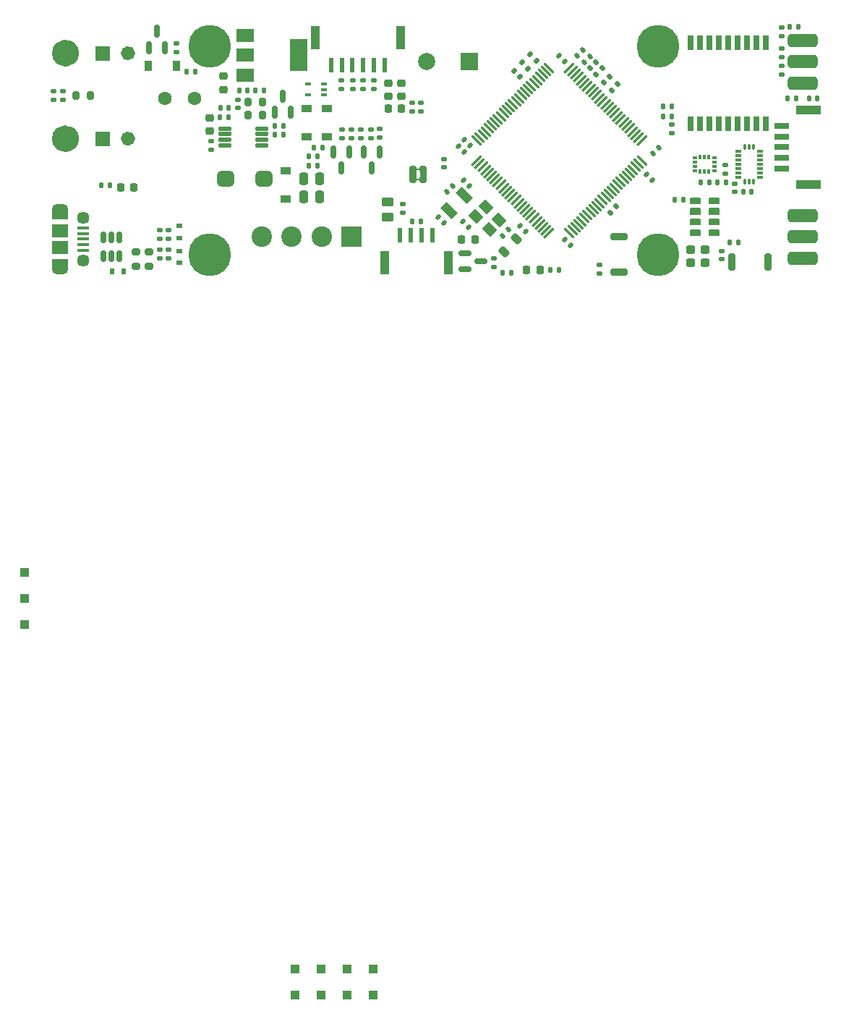
<source format=gbr>
%TF.GenerationSoftware,KiCad,Pcbnew,7.0.7*%
%TF.CreationDate,2023-10-17T20:24:19+11:00*%
%TF.ProjectId,Strelka_Flight_Computer,53747265-6c6b-4615-9f46-6c696768745f,2*%
%TF.SameCoordinates,Original*%
%TF.FileFunction,Soldermask,Top*%
%TF.FilePolarity,Negative*%
%FSLAX46Y46*%
G04 Gerber Fmt 4.6, Leading zero omitted, Abs format (unit mm)*
G04 Created by KiCad (PCBNEW 7.0.7) date 2023-10-17 20:24:19*
%MOMM*%
%LPD*%
G01*
G04 APERTURE LIST*
G04 Aperture macros list*
%AMRoundRect*
0 Rectangle with rounded corners*
0 $1 Rounding radius*
0 $2 $3 $4 $5 $6 $7 $8 $9 X,Y pos of 4 corners*
0 Add a 4 corners polygon primitive as box body*
4,1,4,$2,$3,$4,$5,$6,$7,$8,$9,$2,$3,0*
0 Add four circle primitives for the rounded corners*
1,1,$1+$1,$2,$3*
1,1,$1+$1,$4,$5*
1,1,$1+$1,$6,$7*
1,1,$1+$1,$8,$9*
0 Add four rect primitives between the rounded corners*
20,1,$1+$1,$2,$3,$4,$5,0*
20,1,$1+$1,$4,$5,$6,$7,0*
20,1,$1+$1,$6,$7,$8,$9,0*
20,1,$1+$1,$8,$9,$2,$3,0*%
%AMRotRect*
0 Rectangle, with rotation*
0 The origin of the aperture is its center*
0 $1 length*
0 $2 width*
0 $3 Rotation angle, in degrees counterclockwise*
0 Add horizontal line*
21,1,$1,$2,0,0,$3*%
G04 Aperture macros list end*
%ADD10C,0.152400*%
%ADD11C,0.836200*%
%ADD12C,1.576200*%
%ADD13C,0.010000*%
%ADD14RoundRect,0.005000X-0.332500X-0.120000X0.332500X-0.120000X0.332500X0.120000X-0.332500X0.120000X0*%
%ADD15RoundRect,0.005000X0.120000X-0.270000X0.120000X0.270000X-0.120000X0.270000X-0.120000X-0.270000X0*%
%ADD16C,5.000000*%
%ADD17RoundRect,0.135000X-0.226274X-0.035355X-0.035355X-0.226274X0.226274X0.035355X0.035355X0.226274X0*%
%ADD18R,0.700000X1.800000*%
%ADD19R,0.800000X1.800000*%
%ADD20R,1.092200X0.609600*%
%ADD21RoundRect,0.135000X-0.185000X0.135000X-0.185000X-0.135000X0.185000X-0.135000X0.185000X0.135000X0*%
%ADD22RoundRect,0.135000X-0.135000X-0.185000X0.135000X-0.185000X0.135000X0.185000X-0.135000X0.185000X0*%
%ADD23RoundRect,0.135000X0.185000X-0.135000X0.185000X0.135000X-0.185000X0.135000X-0.185000X-0.135000X0*%
%ADD24R,0.600000X1.700000*%
%ADD25R,1.000000X2.700000*%
%ADD26RoundRect,0.200000X0.200000X0.800000X-0.200000X0.800000X-0.200000X-0.800000X0.200000X-0.800000X0*%
%ADD27R,1.200000X0.900000*%
%ADD28RoundRect,0.140000X-0.170000X0.140000X-0.170000X-0.140000X0.170000X-0.140000X0.170000X0.140000X0*%
%ADD29RoundRect,0.200000X-0.200000X-0.275000X0.200000X-0.275000X0.200000X0.275000X-0.200000X0.275000X0*%
%ADD30RotRect,1.400000X1.150000X315.000000*%
%ADD31RoundRect,0.225000X0.250000X-0.225000X0.250000X0.225000X-0.250000X0.225000X-0.250000X-0.225000X0*%
%ADD32RoundRect,0.140000X0.021213X-0.219203X0.219203X-0.021213X-0.021213X0.219203X-0.219203X0.021213X0*%
%ADD33RoundRect,0.135000X-0.035355X0.226274X-0.226274X0.035355X0.035355X-0.226274X0.226274X-0.035355X0*%
%ADD34RoundRect,0.200000X-0.275000X0.200000X-0.275000X-0.200000X0.275000X-0.200000X0.275000X0.200000X0*%
%ADD35RoundRect,0.237500X0.300000X0.237500X-0.300000X0.237500X-0.300000X-0.237500X0.300000X-0.237500X0*%
%ADD36RoundRect,0.250000X-0.250000X-0.475000X0.250000X-0.475000X0.250000X0.475000X-0.250000X0.475000X0*%
%ADD37RoundRect,0.140000X0.219203X0.021213X0.021213X0.219203X-0.219203X-0.021213X-0.021213X-0.219203X0*%
%ADD38R,1.000000X1.000000*%
%ADD39RoundRect,0.250000X-0.450000X0.262500X-0.450000X-0.262500X0.450000X-0.262500X0.450000X0.262500X0*%
%ADD40C,3.000000*%
%ADD41RoundRect,0.147500X0.172500X-0.147500X0.172500X0.147500X-0.172500X0.147500X-0.172500X-0.147500X0*%
%ADD42RoundRect,0.200000X0.200000X0.275000X-0.200000X0.275000X-0.200000X-0.275000X0.200000X-0.275000X0*%
%ADD43RoundRect,0.135000X0.135000X0.185000X-0.135000X0.185000X-0.135000X-0.185000X0.135000X-0.185000X0*%
%ADD44R,2.000000X2.000000*%
%ADD45C,2.000000*%
%ADD46RoundRect,0.140000X-0.140000X-0.170000X0.140000X-0.170000X0.140000X0.170000X-0.140000X0.170000X0*%
%ADD47RoundRect,0.218750X0.218750X0.256250X-0.218750X0.256250X-0.218750X-0.256250X0.218750X-0.256250X0*%
%ADD48RoundRect,0.150000X-0.150000X0.587500X-0.150000X-0.587500X0.150000X-0.587500X0.150000X0.587500X0*%
%ADD49RoundRect,0.140000X0.140000X0.170000X-0.140000X0.170000X-0.140000X-0.170000X0.140000X-0.170000X0*%
%ADD50RoundRect,0.135000X0.035355X-0.226274X0.226274X-0.035355X-0.035355X0.226274X-0.226274X0.035355X0*%
%ADD51RoundRect,0.140000X-0.021213X0.219203X-0.219203X0.021213X0.021213X-0.219203X0.219203X-0.021213X0*%
%ADD52RoundRect,0.218750X0.114905X-0.424264X0.424264X-0.114905X-0.114905X0.424264X-0.424264X0.114905X0*%
%ADD53RoundRect,0.150000X-0.587500X-0.150000X0.587500X-0.150000X0.587500X0.150000X-0.587500X0.150000X0*%
%ADD54C,1.600000*%
%ADD55RoundRect,0.140000X0.170000X-0.140000X0.170000X0.140000X-0.170000X0.140000X-0.170000X-0.140000X0*%
%ADD56R,0.650000X0.400000*%
%ADD57R,1.803400X0.660400*%
%ADD58R,2.879999X1.092200*%
%ADD59R,0.533400X0.304800*%
%ADD60R,0.304800X0.533400*%
%ADD61RoundRect,0.218750X0.256250X-0.218750X0.256250X0.218750X-0.256250X0.218750X-0.256250X-0.218750X0*%
%ADD62RoundRect,0.225000X0.225000X0.250000X-0.225000X0.250000X-0.225000X-0.250000X0.225000X-0.250000X0*%
%ADD63R,0.900000X1.200000*%
%ADD64RoundRect,0.218750X-0.218750X-0.256250X0.218750X-0.256250X0.218750X0.256250X-0.218750X0.256250X0*%
%ADD65R,2.000000X1.500000*%
%ADD66R,2.000000X3.800000*%
%ADD67RoundRect,0.028800X-0.706200X-0.211200X0.706200X-0.211200X0.706200X0.211200X-0.706200X0.211200X0*%
%ADD68RoundRect,0.050000X-0.350000X-0.050000X0.350000X-0.050000X0.350000X0.050000X-0.350000X0.050000X0*%
%ADD69RoundRect,0.200000X-0.200000X-0.200000X0.200000X-0.200000X0.200000X0.200000X-0.200000X0.200000X0*%
%ADD70R,0.700000X0.600000*%
%ADD71R,1.350000X0.400000*%
%ADD72O,1.900000X1.200000*%
%ADD73R,1.900000X1.200000*%
%ADD74C,1.450000*%
%ADD75R,1.900000X1.500000*%
%ADD76RoundRect,0.075000X-0.459619X-0.565685X0.565685X0.459619X0.459619X0.565685X-0.565685X-0.459619X0*%
%ADD77RoundRect,0.075000X0.459619X-0.565685X0.565685X-0.459619X-0.459619X0.565685X-0.565685X0.459619X0*%
%ADD78RoundRect,0.140000X-0.219203X-0.021213X-0.021213X-0.219203X0.219203X0.021213X0.021213X0.219203X0*%
%ADD79RoundRect,0.200000X0.800000X-0.200000X0.800000X0.200000X-0.800000X0.200000X-0.800000X-0.200000X0*%
%ADD80RoundRect,0.150000X0.150000X-0.587500X0.150000X0.587500X-0.150000X0.587500X-0.150000X-0.587500X0*%
%ADD81R,0.600000X0.700000*%
%ADD82RoundRect,0.150000X0.150000X-0.512500X0.150000X0.512500X-0.150000X0.512500X-0.150000X-0.512500X0*%
%ADD83RotRect,1.000000X1.800000X45.000000*%
%ADD84RoundRect,0.218750X-0.256250X0.218750X-0.256250X-0.218750X0.256250X-0.218750X0.256250X0.218750X0*%
%ADD85RoundRect,0.200000X0.275000X-0.200000X0.275000X0.200000X-0.275000X0.200000X-0.275000X-0.200000X0*%
%ADD86RoundRect,0.450000X-0.550000X-0.450000X0.550000X-0.450000X0.550000X0.450000X-0.550000X0.450000X0*%
%ADD87RoundRect,0.381000X1.369000X0.381000X-1.369000X0.381000X-1.369000X-0.381000X1.369000X-0.381000X0*%
%ADD88R,2.400000X2.400000*%
%ADD89C,2.400000*%
G04 APERTURE END LIST*
D10*
%TO.C,U12*%
X173853900Y-68945200D02*
X173853900Y-69554800D01*
X173853900Y-69554800D02*
X174946100Y-69554800D01*
X173853900Y-70195200D02*
X173853900Y-70804800D01*
X173853900Y-70804800D02*
X174946100Y-70804800D01*
X173853900Y-71445200D02*
X173853900Y-72054800D01*
X173853900Y-72054800D02*
X174946100Y-72054800D01*
X173853900Y-72695200D02*
X173853900Y-73304800D01*
X173853900Y-73304800D02*
X174946100Y-73304800D01*
X174946100Y-68945200D02*
X173853900Y-68945200D01*
X174946100Y-69554800D02*
X174946100Y-68945200D01*
X174946100Y-70195200D02*
X173853900Y-70195200D01*
X174946100Y-70804800D02*
X174946100Y-70195200D01*
X174946100Y-71445200D02*
X173853900Y-71445200D01*
X174946100Y-72054800D02*
X174946100Y-71445200D01*
X174946100Y-72695200D02*
X173853900Y-72695200D01*
X174946100Y-73304800D02*
X174946100Y-72695200D01*
X176053900Y-68945200D02*
X176053900Y-69554800D01*
X176053900Y-69554800D02*
X177146100Y-69554800D01*
X176053900Y-70195200D02*
X176053900Y-70804800D01*
X176053900Y-70804800D02*
X177146100Y-70804800D01*
X176053900Y-71445200D02*
X176053900Y-72054800D01*
X176053900Y-72054800D02*
X177146100Y-72054800D01*
X176053900Y-72695200D02*
X176053900Y-73304800D01*
X176053900Y-73304800D02*
X177146100Y-73304800D01*
X177146100Y-68945200D02*
X176053900Y-68945200D01*
X177146100Y-69554800D02*
X177146100Y-68945200D01*
X177146100Y-70195200D02*
X176053900Y-70195200D01*
X177146100Y-70804800D02*
X177146100Y-70195200D01*
X177146100Y-71445200D02*
X176053900Y-71445200D01*
X177146100Y-72054800D02*
X177146100Y-71445200D01*
X177146100Y-72695200D02*
X176053900Y-72695200D01*
X177146100Y-73304800D02*
X177146100Y-72695200D01*
D11*
%TO.C,J7*%
X108418100Y-52000000D02*
G75*
G03*
X108418100Y-52000000I-418100J0D01*
G01*
D12*
X101468100Y-52000000D02*
G75*
G03*
X101468100Y-52000000I-788100J0D01*
G01*
D13*
X105836200Y-52836200D02*
X104163800Y-52836200D01*
X104163800Y-51163800D01*
X105836200Y-51163800D01*
X105836200Y-52836200D01*
G36*
X105836200Y-52836200D02*
G01*
X104163800Y-52836200D01*
X104163800Y-51163800D01*
X105836200Y-51163800D01*
X105836200Y-52836200D01*
G37*
%TO.C,JP4*%
G36*
X141771800Y-66683000D02*
G01*
X140974400Y-66683000D01*
X140972193Y-65746369D01*
X141782193Y-65746369D01*
X141771800Y-66683000D01*
G37*
G36*
X142982786Y-66683000D02*
G01*
X142178200Y-66683000D01*
X142175993Y-65746369D01*
X142975993Y-65746369D01*
X142982786Y-66683000D01*
G37*
D11*
%TO.C,SW1*%
X108418100Y-62000000D02*
G75*
G03*
X108418100Y-62000000I-418100J0D01*
G01*
D12*
X101468100Y-62000000D02*
G75*
G03*
X101468100Y-62000000I-788100J0D01*
G01*
D13*
X105836200Y-62836200D02*
X104163800Y-62836200D01*
X104163800Y-61163800D01*
X105836200Y-61163800D01*
X105836200Y-62836200D01*
G36*
X105836200Y-62836200D02*
G01*
X104163800Y-62836200D01*
X104163800Y-61163800D01*
X105836200Y-61163800D01*
X105836200Y-62836200D01*
G37*
%TD*%
D14*
%TO.C,U11*%
X182025000Y-63500000D03*
X182025000Y-64000000D03*
X182025000Y-64500000D03*
X182025000Y-65000000D03*
X182025000Y-65500000D03*
X182025000Y-66000000D03*
X182025000Y-66500000D03*
D15*
X181262500Y-67050000D03*
X180762500Y-67050000D03*
X180262500Y-67050000D03*
D14*
X179500000Y-66500000D03*
X179500000Y-66000000D03*
X179500000Y-65500000D03*
X179500000Y-65000000D03*
X179500000Y-64500000D03*
X179500000Y-64000000D03*
X179500000Y-63500000D03*
D15*
X180262500Y-62950000D03*
X180762500Y-62950000D03*
X181262500Y-62950000D03*
%TD*%
D16*
%TO.C,H1*%
X170059602Y-75565795D03*
%TD*%
D17*
%TO.C,R20*%
X154128752Y-53078752D03*
X154850000Y-53800000D03*
%TD*%
D18*
%TO.C,IC2*%
X173900000Y-60250000D03*
D19*
X175000000Y-60250000D03*
X176100000Y-60250000D03*
X177200000Y-60250000D03*
X178300000Y-60250000D03*
X179400000Y-60250000D03*
X180500000Y-60250000D03*
X181600000Y-60250000D03*
D18*
X182700000Y-60250000D03*
X182700000Y-50750000D03*
D19*
X181600000Y-50750000D03*
X180500000Y-50750000D03*
X179400000Y-50750000D03*
X178300000Y-50750000D03*
X177200000Y-50750000D03*
X176100000Y-50750000D03*
X175000000Y-50750000D03*
D18*
X173900000Y-50750000D03*
%TD*%
D20*
%TO.C,U12*%
X174400000Y-69250000D03*
X174400000Y-70500000D03*
X174400000Y-71750000D03*
X174400000Y-73000000D03*
X176600000Y-73000000D03*
X176600000Y-71750000D03*
X176600000Y-70500000D03*
X176600000Y-69250000D03*
%TD*%
D21*
%TO.C,R81*%
X141300000Y-57780000D03*
X141300000Y-58800000D03*
%TD*%
D22*
%TO.C,R13*%
X141240000Y-71675000D03*
X142260000Y-71675000D03*
%TD*%
D23*
%TO.C,R4*%
X134150000Y-61985000D03*
X134150000Y-60965000D03*
%TD*%
D24*
%TO.C,J2*%
X139875000Y-73325000D03*
X141125000Y-73325000D03*
X142375000Y-73325000D03*
X143625000Y-73325000D03*
D25*
X145475000Y-76525000D03*
X138025000Y-76525000D03*
%TD*%
D26*
%TO.C,SW7*%
X182900000Y-76425000D03*
X178700000Y-76425000D03*
%TD*%
D22*
%TO.C,R74*%
X151865000Y-77725000D03*
X152885000Y-77725000D03*
%TD*%
D27*
%TO.C,D14*%
X126500000Y-65750000D03*
X126500000Y-69050000D03*
%TD*%
D28*
%TO.C,C38*%
X171631582Y-60380000D03*
X171631582Y-61340000D03*
%TD*%
D29*
%TO.C,R62*%
X122075000Y-59200000D03*
X123725000Y-59200000D03*
%TD*%
D23*
%TO.C,R17*%
X111725000Y-73760000D03*
X111725000Y-72740000D03*
%TD*%
D30*
%TO.C,Y6*%
X148756497Y-71087868D03*
X150312132Y-72643503D03*
X151443503Y-71512132D03*
X149887868Y-69956497D03*
%TD*%
D31*
%TO.C,C46*%
X117550000Y-61125000D03*
X117550000Y-59575000D03*
%TD*%
D22*
%TO.C,R61*%
X118790000Y-59500000D03*
X119810000Y-59500000D03*
%TD*%
D32*
%TO.C,C68*%
X161410589Y-53039411D03*
X162089411Y-52360589D03*
%TD*%
D33*
%TO.C,R25*%
X165360624Y-55639376D03*
X164639376Y-56360624D03*
%TD*%
D34*
%TO.C,R60*%
X108925000Y-75250000D03*
X108925000Y-76900000D03*
%TD*%
D35*
%TO.C,C10*%
X175562500Y-76525000D03*
X173837500Y-76525000D03*
%TD*%
D36*
%TO.C,C55*%
X128550000Y-66700000D03*
X130450000Y-66700000D03*
%TD*%
D37*
%TO.C,C60*%
X147339411Y-63534411D03*
X146660589Y-62855589D03*
%TD*%
D38*
%TO.C,TP6*%
X130579602Y-159180595D03*
%TD*%
D39*
%TO.C,F1*%
X138400000Y-69362500D03*
X138400000Y-71187500D03*
%TD*%
D40*
%TO.C,J7*%
X100680000Y-52000000D03*
%TD*%
D22*
%TO.C,R77*%
X104865000Y-67475000D03*
X105885000Y-67475000D03*
%TD*%
D21*
%TO.C,R21*%
X133000000Y-55190000D03*
X133000000Y-56210000D03*
%TD*%
D24*
%TO.C,J4*%
X138032102Y-53408095D03*
X136782102Y-53408095D03*
X135532102Y-53408095D03*
X134282102Y-53408095D03*
X133032102Y-53408095D03*
X131782102Y-53408095D03*
D25*
X139882102Y-50208095D03*
X129932102Y-50208095D03*
%TD*%
D28*
%TO.C,C1*%
X145025000Y-64395000D03*
X145025000Y-65355000D03*
%TD*%
D16*
%TO.C,H3*%
X117609602Y-75565795D03*
%TD*%
D41*
%TO.C,D10*%
X184500000Y-54485000D03*
X184500000Y-53515000D03*
%TD*%
D33*
%TO.C,R24*%
X164410624Y-54739376D03*
X163689376Y-55460624D03*
%TD*%
D42*
%TO.C,R63*%
X123725000Y-57700000D03*
X122075000Y-57700000D03*
%TD*%
D43*
%TO.C,R2*%
X130745000Y-63075000D03*
X129725000Y-63075000D03*
%TD*%
D44*
%TO.C,BZ3*%
X148000000Y-53000000D03*
D45*
X143000000Y-53000000D03*
%TD*%
D38*
%TO.C,TP10*%
X136679602Y-159180595D03*
%TD*%
D46*
%TO.C,C3*%
X175090000Y-67100000D03*
X176050000Y-67100000D03*
%TD*%
D47*
%TO.C,D18*%
X148600000Y-73775000D03*
X147025000Y-73775000D03*
%TD*%
D48*
%TO.C,Q11*%
X137475000Y-63550000D03*
X135575000Y-63550000D03*
X136525000Y-65425000D03*
%TD*%
D37*
%TO.C,C64*%
X147839411Y-72339411D03*
X147160589Y-71660589D03*
%TD*%
%TO.C,C61*%
X148000000Y-67500000D03*
X147321178Y-66821178D03*
%TD*%
D49*
%TO.C,C39*%
X186210000Y-57300000D03*
X185250000Y-57300000D03*
%TD*%
D28*
%TO.C,C47*%
X117700000Y-62320000D03*
X117700000Y-63280000D03*
%TD*%
D21*
%TO.C,R51*%
X136425000Y-60965000D03*
X136425000Y-61985000D03*
%TD*%
D50*
%TO.C,R84*%
X162779376Y-54460624D03*
X163500624Y-53739376D03*
%TD*%
D37*
%TO.C,C54*%
X159139411Y-52969411D03*
X158460589Y-52290589D03*
%TD*%
D38*
%TO.C,TP3*%
X95859602Y-115810595D03*
%TD*%
D51*
%TO.C,C65*%
X152500000Y-72660589D03*
X151821178Y-73339411D03*
%TD*%
D52*
%TO.C,L4*%
X151998699Y-75251301D03*
X153501301Y-73748699D03*
%TD*%
D35*
%TO.C,C11*%
X175562500Y-74975000D03*
X173837500Y-74975000D03*
%TD*%
D53*
%TO.C,Q15*%
X147450000Y-75400000D03*
X147450000Y-77300000D03*
X149325000Y-76350000D03*
%TD*%
D54*
%TO.C,C41*%
X112300000Y-57300000D03*
X115800000Y-57300000D03*
%TD*%
D55*
%TO.C,C6*%
X100351582Y-57450000D03*
X100351582Y-56490000D03*
%TD*%
D49*
%TO.C,C30*%
X173010000Y-69125000D03*
X172050000Y-69125000D03*
%TD*%
D21*
%TO.C,R10*%
X133050000Y-60965000D03*
X133050000Y-61985000D03*
%TD*%
D32*
%TO.C,C50*%
X169485589Y-63739411D03*
X170164411Y-63060589D03*
%TD*%
D56*
%TO.C,D6*%
X130950000Y-56900000D03*
X130950000Y-56250000D03*
X130950000Y-55600000D03*
X129050000Y-55600000D03*
X129050000Y-56900000D03*
%TD*%
D57*
%TO.C,J8*%
X184500000Y-65500000D03*
X184500000Y-64250000D03*
X184500000Y-63000000D03*
X184500000Y-61750000D03*
X184500000Y-60500000D03*
D58*
X187700001Y-67350001D03*
X187700001Y-58649999D03*
%TD*%
D46*
%TO.C,C28*%
X180045000Y-68175000D03*
X181005000Y-68175000D03*
%TD*%
D17*
%TO.C,R35*%
X153189376Y-54039376D03*
X153910624Y-54760624D03*
%TD*%
D37*
%TO.C,C66*%
X154589411Y-72839411D03*
X153910589Y-72160589D03*
%TD*%
D21*
%TO.C,R18*%
X135500000Y-55190000D03*
X135500000Y-56210000D03*
%TD*%
D38*
%TO.C,TP2*%
X127529602Y-159180595D03*
%TD*%
D21*
%TO.C,R19*%
X134300000Y-55190000D03*
X134300000Y-56210000D03*
%TD*%
D23*
%TO.C,R6*%
X137500000Y-61860000D03*
X137500000Y-60840000D03*
%TD*%
D38*
%TO.C,TP1*%
X95859602Y-112760595D03*
%TD*%
D27*
%TO.C,D4*%
X131300000Y-61750000D03*
X131300000Y-58450000D03*
%TD*%
D16*
%TO.C,H2*%
X117609602Y-51210595D03*
%TD*%
%TO.C,H4*%
X170059602Y-51210595D03*
%TD*%
D37*
%TO.C,C53*%
X159789411Y-74494411D03*
X159110589Y-73815589D03*
%TD*%
D46*
%TO.C,C4*%
X177020000Y-67100000D03*
X177980000Y-67100000D03*
%TD*%
D23*
%TO.C,R76*%
X150875000Y-77045000D03*
X150875000Y-76025000D03*
%TD*%
D59*
%TO.C,U1*%
X174369700Y-64249811D03*
X174369700Y-64749937D03*
X174369700Y-65250063D03*
X174369700Y-65750189D03*
D60*
X174999874Y-65883300D03*
X175500000Y-65883300D03*
X176000126Y-65883300D03*
D59*
X176630300Y-65750189D03*
X176630300Y-65250063D03*
X176630300Y-64749937D03*
X176630300Y-64249811D03*
D60*
X176000126Y-64116700D03*
X175500000Y-64116700D03*
X174999874Y-64116700D03*
%TD*%
D27*
%TO.C,D2*%
X128900000Y-58450000D03*
X128900000Y-61750000D03*
%TD*%
D61*
%TO.C,D20*%
X119140000Y-56260000D03*
X119140000Y-54685000D03*
%TD*%
D62*
%TO.C,C26*%
X140025000Y-58500000D03*
X138475000Y-58500000D03*
%TD*%
D63*
%TO.C,D1*%
X113650000Y-53500000D03*
X110350000Y-53500000D03*
%TD*%
D64*
%TO.C,D19*%
X107137500Y-67750000D03*
X108712500Y-67750000D03*
%TD*%
D65*
%TO.C,U3*%
X121700000Y-49950000D03*
X121700000Y-52250000D03*
D66*
X128000000Y-52250000D03*
D65*
X121700000Y-54550000D03*
%TD*%
D67*
%TO.C,U16*%
X119350000Y-60825000D03*
X119350000Y-61475000D03*
X119350000Y-62125000D03*
X119350000Y-62775000D03*
X123650000Y-62775000D03*
X123650000Y-62125000D03*
X123650000Y-61475000D03*
X123650000Y-60825000D03*
%TD*%
D21*
%TO.C,R80*%
X142300000Y-57775000D03*
X142300000Y-58795000D03*
%TD*%
D22*
%TO.C,R78*%
X114880000Y-54180000D03*
X115900000Y-54180000D03*
%TD*%
D21*
%TO.C,R55*%
X184500000Y-48990000D03*
X184500000Y-50010000D03*
%TD*%
D68*
%TO.C,JP4*%
X141975000Y-65575000D03*
X141975000Y-66775000D03*
D69*
X141375000Y-65575000D03*
X142575000Y-66775000D03*
X141375000Y-66775000D03*
X142575000Y-65575000D03*
%TD*%
D38*
%TO.C,TP5*%
X127529602Y-162230595D03*
%TD*%
D28*
%TO.C,C5*%
X120875000Y-57445000D03*
X120875000Y-58405000D03*
%TD*%
D21*
%TO.C,R7*%
X99291582Y-56460000D03*
X99291582Y-57480000D03*
%TD*%
D50*
%TO.C,R56*%
X164440958Y-70660624D03*
X165162206Y-69939376D03*
%TD*%
D42*
%TO.C,R9*%
X103576582Y-56970000D03*
X101926582Y-56970000D03*
%TD*%
D38*
%TO.C,TP7*%
X130579602Y-162230595D03*
%TD*%
D46*
%TO.C,C51*%
X118820000Y-58400000D03*
X119780000Y-58400000D03*
%TD*%
D70*
%TO.C,D3*%
X114000000Y-75150000D03*
X114000000Y-76550000D03*
%TD*%
D22*
%TO.C,R5*%
X129150000Y-65150000D03*
X130170000Y-65150000D03*
%TD*%
D71*
%TO.C,J6*%
X102750000Y-72450000D03*
X102750000Y-73100000D03*
X102750000Y-73750000D03*
X102750000Y-74400000D03*
X102750000Y-75050000D03*
D72*
X100050000Y-70250000D03*
D73*
X100050000Y-70850000D03*
D74*
X102750000Y-71250000D03*
D75*
X100050000Y-72750000D03*
X100050000Y-74750000D03*
D74*
X102750000Y-76250000D03*
D73*
X100050000Y-76650000D03*
D72*
X100050000Y-77250000D03*
%TD*%
D43*
%TO.C,R31*%
X130160000Y-64100000D03*
X129140000Y-64100000D03*
%TD*%
D38*
%TO.C,TP9*%
X133629602Y-162230595D03*
%TD*%
D31*
%TO.C,C27*%
X140000000Y-57050000D03*
X140000000Y-55500000D03*
%TD*%
D76*
%TO.C,U6*%
X148830315Y-64580099D03*
X149183868Y-64933652D03*
X149537422Y-65287206D03*
X149890975Y-65640759D03*
X150244528Y-65994312D03*
X150598082Y-66347866D03*
X150951635Y-66701419D03*
X151305189Y-67054973D03*
X151658742Y-67408526D03*
X152012295Y-67762079D03*
X152365849Y-68115633D03*
X152719402Y-68469186D03*
X153072955Y-68822740D03*
X153426509Y-69176293D03*
X153780062Y-69529846D03*
X154133616Y-69883400D03*
X154487169Y-70236953D03*
X154840722Y-70590506D03*
X155194276Y-70944060D03*
X155547829Y-71297613D03*
X155901383Y-71651167D03*
X156254936Y-72004720D03*
X156608489Y-72358273D03*
X156962043Y-72711827D03*
X157315596Y-73065380D03*
D77*
X159684404Y-73065380D03*
X160037957Y-72711827D03*
X160391511Y-72358273D03*
X160745064Y-72004720D03*
X161098617Y-71651167D03*
X161452171Y-71297613D03*
X161805724Y-70944060D03*
X162159278Y-70590506D03*
X162512831Y-70236953D03*
X162866384Y-69883400D03*
X163219938Y-69529846D03*
X163573491Y-69176293D03*
X163927045Y-68822740D03*
X164280598Y-68469186D03*
X164634151Y-68115633D03*
X164987705Y-67762079D03*
X165341258Y-67408526D03*
X165694811Y-67054973D03*
X166048365Y-66701419D03*
X166401918Y-66347866D03*
X166755472Y-65994312D03*
X167109025Y-65640759D03*
X167462578Y-65287206D03*
X167816132Y-64933652D03*
X168169685Y-64580099D03*
D76*
X168169685Y-62211291D03*
X167816132Y-61857738D03*
X167462578Y-61504184D03*
X167109025Y-61150631D03*
X166755472Y-60797078D03*
X166401918Y-60443524D03*
X166048365Y-60089971D03*
X165694811Y-59736417D03*
X165341258Y-59382864D03*
X164987705Y-59029311D03*
X164634151Y-58675757D03*
X164280598Y-58322204D03*
X163927045Y-57968650D03*
X163573491Y-57615097D03*
X163219938Y-57261544D03*
X162866384Y-56907990D03*
X162512831Y-56554437D03*
X162159278Y-56200884D03*
X161805724Y-55847330D03*
X161452171Y-55493777D03*
X161098617Y-55140223D03*
X160745064Y-54786670D03*
X160391511Y-54433117D03*
X160037957Y-54079563D03*
X159684404Y-53726010D03*
D77*
X157315596Y-53726010D03*
X156962043Y-54079563D03*
X156608489Y-54433117D03*
X156254936Y-54786670D03*
X155901383Y-55140223D03*
X155547829Y-55493777D03*
X155194276Y-55847330D03*
X154840722Y-56200884D03*
X154487169Y-56554437D03*
X154133616Y-56907990D03*
X153780062Y-57261544D03*
X153426509Y-57615097D03*
X153072955Y-57968650D03*
X152719402Y-58322204D03*
X152365849Y-58675757D03*
X152012295Y-59029311D03*
X151658742Y-59382864D03*
X151305189Y-59736417D03*
X150951635Y-60089971D03*
X150598082Y-60443524D03*
X150244528Y-60797078D03*
X149890975Y-61150631D03*
X149537422Y-61504184D03*
X149183868Y-61857738D03*
X148830315Y-62211291D03*
%TD*%
D23*
%TO.C,R15*%
X112750000Y-73760000D03*
X112750000Y-72740000D03*
%TD*%
D78*
%TO.C,C67*%
X168710589Y-66210589D03*
X169389411Y-66889411D03*
%TD*%
D50*
%TO.C,R22*%
X162089376Y-53760624D03*
X162810624Y-53039376D03*
%TD*%
D79*
%TO.C,SW6*%
X165500000Y-77625000D03*
X165500000Y-73425000D03*
%TD*%
D21*
%TO.C,R65*%
X136800000Y-55190000D03*
X136800000Y-56210000D03*
%TD*%
D37*
%TO.C,C52*%
X148064411Y-62809411D03*
X147385589Y-62130589D03*
%TD*%
D17*
%TO.C,R23*%
X155089376Y-52139376D03*
X155810624Y-52860624D03*
%TD*%
D51*
%TO.C,C62*%
X146000000Y-67500000D03*
X145321178Y-68178822D03*
%TD*%
D21*
%TO.C,R11*%
X135300000Y-60965000D03*
X135300000Y-61985000D03*
%TD*%
D28*
%TO.C,C49*%
X177525000Y-75145000D03*
X177525000Y-76105000D03*
%TD*%
D80*
%TO.C,Q1*%
X110450000Y-51337500D03*
X112350000Y-51337500D03*
X111400000Y-49462500D03*
%TD*%
D46*
%TO.C,C48*%
X125220000Y-60500000D03*
X126180000Y-60500000D03*
%TD*%
%TO.C,C40*%
X187740000Y-57275000D03*
X188700000Y-57275000D03*
%TD*%
D81*
%TO.C,D13*%
X107525000Y-77500000D03*
X106125000Y-77500000D03*
%TD*%
D21*
%TO.C,R14*%
X112750000Y-75015000D03*
X112750000Y-76035000D03*
%TD*%
D82*
%TO.C,U8*%
X105100000Y-75787500D03*
X106050000Y-75787500D03*
X107000000Y-75787500D03*
X107000000Y-73512500D03*
X106050000Y-73512500D03*
X105100000Y-73512500D03*
%TD*%
D22*
%TO.C,R8*%
X125200000Y-61500000D03*
X126220000Y-61500000D03*
%TD*%
D21*
%TO.C,R16*%
X111725000Y-75015000D03*
X111725000Y-76035000D03*
%TD*%
D83*
%TO.C,Y5*%
X147383883Y-68616117D03*
X145616117Y-70383883D03*
%TD*%
D43*
%TO.C,R57*%
X158460000Y-77325000D03*
X157440000Y-77325000D03*
%TD*%
D38*
%TO.C,TP4*%
X95859602Y-118860595D03*
%TD*%
D70*
%TO.C,D5*%
X114000000Y-73625000D03*
X114000000Y-72225000D03*
%TD*%
D80*
%TO.C,Q2*%
X125150000Y-58937500D03*
X127050000Y-58937500D03*
X126100000Y-57062500D03*
%TD*%
D84*
%TO.C,FB2*%
X138500000Y-55500000D03*
X138500000Y-57075000D03*
%TD*%
D28*
%TO.C,C29*%
X179050000Y-67270000D03*
X179050000Y-68230000D03*
%TD*%
D85*
%TO.C,R59*%
X110450000Y-76900000D03*
X110450000Y-75250000D03*
%TD*%
D86*
%TO.C,L2*%
X119450000Y-66700000D03*
X123950000Y-66700000D03*
%TD*%
D55*
%TO.C,C2*%
X177900000Y-66080000D03*
X177900000Y-65120000D03*
%TD*%
D38*
%TO.C,TP8*%
X133629602Y-159180595D03*
%TD*%
D36*
%TO.C,C56*%
X128550000Y-68800000D03*
X130450000Y-68800000D03*
%TD*%
D21*
%TO.C,R12*%
X140150000Y-69640000D03*
X140150000Y-70660000D03*
%TD*%
D23*
%TO.C,FB3*%
X184500000Y-52510000D03*
X184500000Y-51490000D03*
%TD*%
D87*
%TO.C,AE2*%
X187028000Y-53000000D03*
X187028000Y-55500000D03*
X187028000Y-50500000D03*
%TD*%
D38*
%TO.C,TP11*%
X136679602Y-162230595D03*
%TD*%
D64*
%TO.C,D12*%
X154662500Y-77350000D03*
X156237500Y-77350000D03*
%TD*%
D32*
%TO.C,C31*%
X160610589Y-52289411D03*
X161289411Y-51610589D03*
%TD*%
D23*
%TO.C,R3*%
X113700000Y-51910000D03*
X113700000Y-50890000D03*
%TD*%
D43*
%TO.C,R86*%
X171660000Y-58200000D03*
X170640000Y-58200000D03*
%TD*%
D88*
%TO.C,J3*%
X134150000Y-73500000D03*
D89*
X130650000Y-73500000D03*
X127150000Y-73500000D03*
X123650000Y-73500000D03*
%TD*%
D43*
%TO.C,R87*%
X171660000Y-59400000D03*
X170640000Y-59400000D03*
%TD*%
D87*
%TO.C,AE1*%
X187028000Y-73500000D03*
X187028000Y-76000000D03*
X187028000Y-71000000D03*
%TD*%
D49*
%TO.C,C8*%
X121980000Y-56400000D03*
X121020000Y-56400000D03*
%TD*%
D37*
%TO.C,C63*%
X145000000Y-71839411D03*
X144321178Y-71160589D03*
%TD*%
D22*
%TO.C,R79*%
X178465000Y-74150000D03*
X179485000Y-74150000D03*
%TD*%
D46*
%TO.C,C37*%
X185500000Y-48950000D03*
X186460000Y-48950000D03*
%TD*%
D40*
%TO.C,SW1*%
X100680000Y-62000000D03*
%TD*%
D48*
%TO.C,Q6*%
X133950000Y-63550000D03*
X132050000Y-63550000D03*
X133000000Y-65425000D03*
%TD*%
D21*
%TO.C,R75*%
X163200000Y-76800000D03*
X163200000Y-77820000D03*
%TD*%
D46*
%TO.C,C7*%
X122920000Y-56400000D03*
X123880000Y-56400000D03*
%TD*%
M02*

</source>
